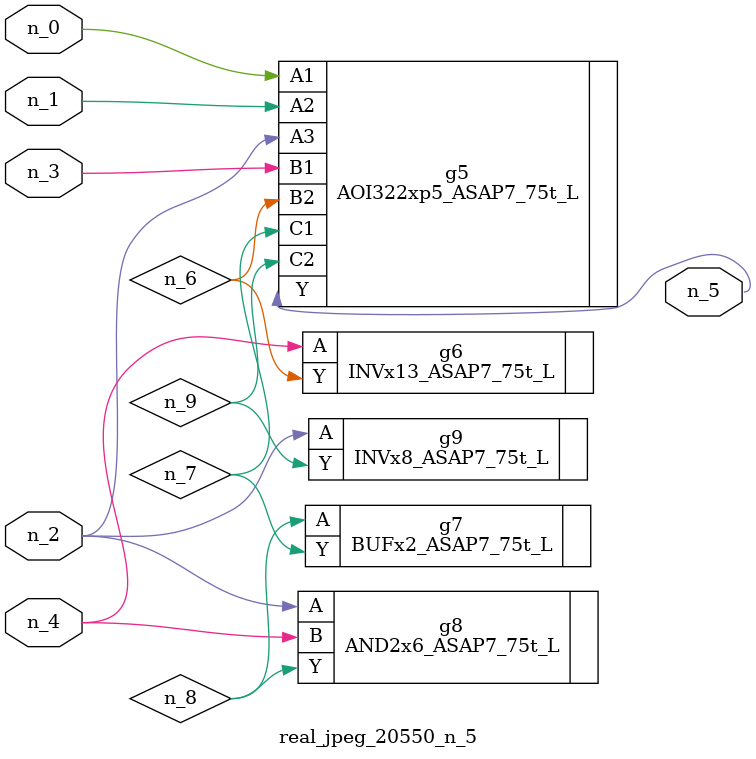
<source format=v>
module real_jpeg_20550_n_5 (n_4, n_0, n_1, n_2, n_3, n_5);

input n_4;
input n_0;
input n_1;
input n_2;
input n_3;

output n_5;

wire n_8;
wire n_6;
wire n_7;
wire n_9;

AOI322xp5_ASAP7_75t_L g5 ( 
.A1(n_0),
.A2(n_1),
.A3(n_2),
.B1(n_3),
.B2(n_6),
.C1(n_7),
.C2(n_9),
.Y(n_5)
);

AND2x6_ASAP7_75t_L g8 ( 
.A(n_2),
.B(n_4),
.Y(n_8)
);

INVx8_ASAP7_75t_L g9 ( 
.A(n_2),
.Y(n_9)
);

INVx13_ASAP7_75t_L g6 ( 
.A(n_4),
.Y(n_6)
);

BUFx2_ASAP7_75t_L g7 ( 
.A(n_8),
.Y(n_7)
);


endmodule
</source>
